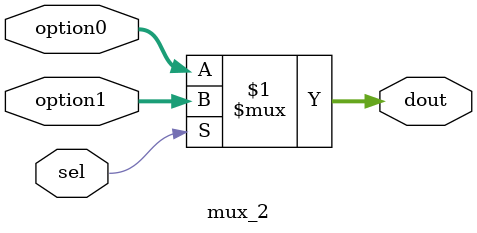
<source format=sv>
module mux_2 #(
    parameter WORD_WIDTH = 32
)(
    input logic [WORD_WIDTH-1:0]  option0, option1,
    input logic                   sel,
    output logic [WORD_WIDTH-1:0] dout
);

    assign dout = sel ? option1 : option0;

endmodule

</source>
